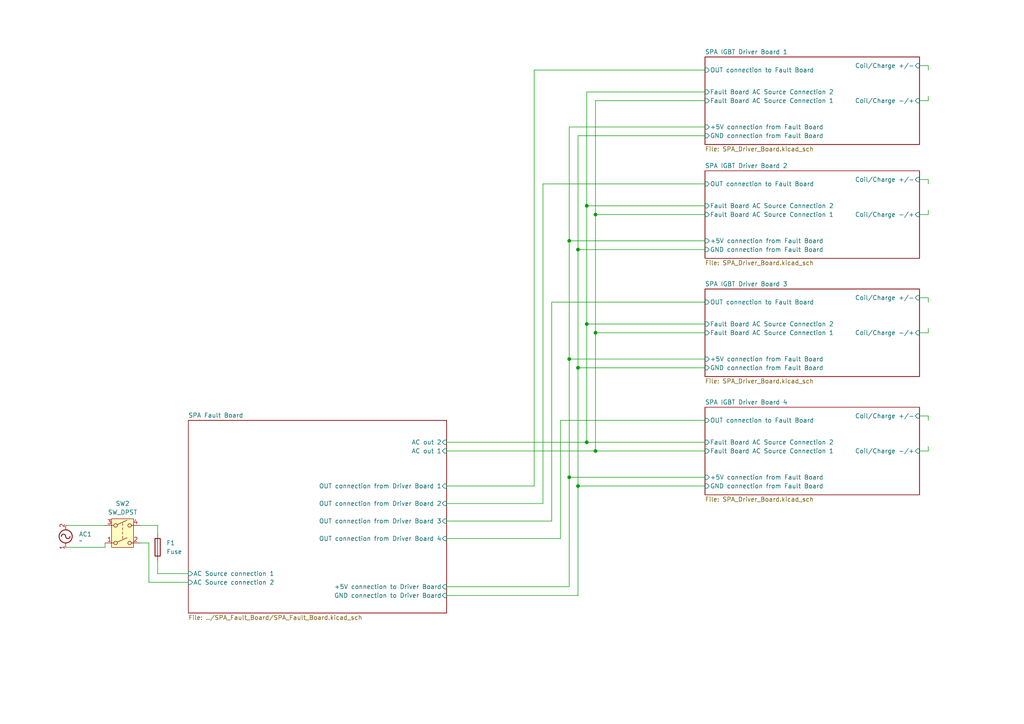
<source format=kicad_sch>
(kicad_sch (version 20231120) (generator "eeschema") (generator_version "8.0")
  (paper "A4")
  (title_block (title "SPA Driver") (date "2024-08-22") (company "Columbia Plasma Physics Laboratory") (comment 1 "Author: Maxwell Epstein"))
  (lib_symbols
    (symbol "DIY_ICs:AC_Input"
      (property "Reference" "AC" (at 7.62 3.81 0))
      (symbol "AC_Input_0_1"
        (polyline (pts (xy 0 -2.54) (xy 0 -1.27)))
        (polyline (pts (xy 0 2.54) (xy 0 3.81)))
        (arc (start 0 0.635) (mid -0.635 1.2673) (end -1.27 0.635) (stroke (width 0.254)))
        (arc (start 0 0.635) (mid 0.635 0.0027) (end 1.27 0.635) (stroke (width 0.254)))
        (circle (center 0 0.635) (radius 1.905) (stroke (width 0.254)))
      )
      (symbol "AC_Input_1_1"
        (pin power_in line (at 0 -2.54 90) (length 0) (name "~") (number "1"))
        (pin power_in line (at 0 3.81 270) (length 0) (name "~") (number "2"))
      )
    )
    (symbol "Device:Fuse" (pin_numbers hide) (pin_names (offset 0))
      (property "Reference" "F" (at 2.032 0 90))
      (property "Value" "Fuse" (at -1.905 0 90))
      (symbol "Fuse_0_1"
        (rectangle (start -0.762 -2.54) (end 0.762 2.54) (stroke (width 0.254)))
        (polyline (pts (xy 0 2.54) (xy 0 -2.54)))
      )
      (symbol "Fuse_1_1"
        (pin passive line (at 0 3.81 270) (length 1.27) (name "~") (number "1"))
        (pin passive line (at 0 -3.81 90) (length 1.27) (name "~") (number "2"))
      )
    )
    (symbol "Switch:SW_DPST" (pin_names (offset 0) hide)
      (property "Reference" "SW" (at 0 6.35 0))
      (property "Value" "SW_DPST" (at 0 -5.08 0))
      (symbol "SW_DPST_0_0"
        (circle (center -2.032 -2.54) (radius 0.508))
        (circle (center -2.032 2.54) (radius 0.508))
        (polyline (pts (xy -1.524 -2.286) (xy 1.27 -1.016)))
        (polyline (pts (xy -1.524 2.794) (xy 1.27 4.064)))
        (polyline (pts (xy 0 -1.27) (xy 0 -0.635)))
        (polyline (pts (xy 0 0) (xy 0 0.635)))
        (polyline (pts (xy 0 1.27) (xy 0 1.905)))
        (polyline (pts (xy 0 2.54) (xy 0 3.175)))
        (circle (center 2.032 -2.54) (radius 0.508))
        (circle (center 2.032 2.54) (radius 0.508))
      )
      (symbol "SW_DPST_1_1"
        (rectangle (start -3.175 4.445) (end 3.175 -3.81) (fill (type background)))
        (pin passive line (at -5.08 -2.54 0) (length 2.54) (name "1") (number "1"))
        (pin passive line (at 5.08 -2.54 180) (length 2.54) (name "2") (number "2"))
        (pin passive line (at -5.08 2.54 0) (length 2.54) (name "3") (number "3"))
        (pin passive line (at 5.08 2.54 180) (length 2.54) (name "4") (number "4"))
      )
    )
  )
  (junction (at 172.72 96.52))
  (junction (at 165.1 104.14))
  (junction (at 167.64 106.68))
  (junction (at 172.72 130.81))
  (junction (at 167.64 72.39))
  (junction (at 167.64 140.97))
  (junction (at 170.18 93.98))
  (junction (at 165.1 138.43))
  (junction (at 170.18 128.27))
  (junction (at 172.72 62.23))
  (junction (at 170.18 59.69))
  (junction (at 165.1 69.85))
  (wire (pts (xy 167.64 72.39) (xy 167.64 106.68)))
  (wire (pts (xy 269.24 130.81) (xy 266.7 130.81)))
  (wire (pts (xy 45.72 162.56) (xy 45.72 166.37)))
  (wire (pts (xy 167.64 172.72) (xy 129.54 172.72)))
  (wire (pts (xy 269.24 120.65) (xy 269.24 121.92)))
  (wire (pts (xy 204.47 39.37) (xy 167.64 39.37)))
  (wire (pts (xy 204.47 20.32) (xy 154.94 20.32)))
  (wire (pts (xy 172.72 29.21) (xy 172.72 62.23)))
  (wire (pts (xy 43.18 157.48) (xy 40.64 157.48)))
  (wire (pts (xy 45.72 152.4) (xy 40.64 152.4)))
  (wire (pts (xy 170.18 26.67) (xy 170.18 59.69)))
  (wire (pts (xy 167.64 140.97) (xy 167.64 106.68)))
  (wire (pts (xy 162.56 156.21) (xy 162.56 121.92)))
  (wire (pts (xy 162.56 121.92) (xy 204.47 121.92)))
  (wire (pts (xy 269.24 86.36) (xy 269.24 87.63)))
  (wire (pts (xy 172.72 130.81) (xy 129.54 130.81)))
  (wire (pts (xy 266.7 120.65) (xy 269.24 120.65)))
  (wire (pts (xy 204.47 62.23) (xy 172.72 62.23)))
  (wire (pts (xy 129.54 128.27) (xy 170.18 128.27)))
  (wire (pts (xy 167.64 106.68) (xy 204.47 106.68)))
  (wire (pts (xy 165.1 138.43) (xy 204.47 138.43)))
  (wire (pts (xy 160.02 151.13) (xy 129.54 151.13)))
  (wire (pts (xy 204.47 69.85) (xy 165.1 69.85)))
  (wire (pts (xy 43.18 168.91) (xy 54.61 168.91)))
  (wire (pts (xy 154.94 140.97) (xy 129.54 140.97)))
  (wire (pts (xy 204.47 87.63) (xy 160.02 87.63)))
  (wire (pts (xy 269.24 29.21) (xy 266.7 29.21)))
  (wire (pts (xy 269.24 96.52) (xy 269.24 95.25)))
  (wire (pts (xy 129.54 156.21) (xy 162.56 156.21)))
  (wire (pts (xy 266.7 52.07) (xy 269.24 52.07)))
  (wire (pts (xy 165.1 138.43) (xy 165.1 104.14)))
  (wire (pts (xy 269.24 62.23) (xy 269.24 60.96)))
  (wire (pts (xy 269.24 96.52) (xy 266.7 96.52)))
  (wire (pts (xy 43.18 157.48) (xy 43.18 168.91)))
  (wire (pts (xy 172.72 62.23) (xy 172.72 96.52)))
  (wire (pts (xy 170.18 128.27) (xy 204.47 128.27)))
  (wire (pts (xy 160.02 87.63) (xy 160.02 151.13)))
  (wire (pts (xy 157.48 53.34) (xy 204.47 53.34)))
  (wire (pts (xy 204.47 26.67) (xy 170.18 26.67)))
  (wire (pts (xy 269.24 130.81) (xy 269.24 129.54)))
  (wire (pts (xy 269.24 29.21) (xy 269.24 27.94)))
  (wire (pts (xy 19.05 158.75) (xy 30.48 158.75)))
  (wire (pts (xy 204.47 59.69) (xy 170.18 59.69)))
  (wire (pts (xy 172.72 96.52) (xy 204.47 96.52)))
  (wire (pts (xy 45.72 166.37) (xy 54.61 166.37)))
  (wire (pts (xy 129.54 170.18) (xy 165.1 170.18)))
  (wire (pts (xy 45.72 154.94) (xy 45.72 152.4)))
  (wire (pts (xy 167.64 39.37) (xy 167.64 72.39)))
  (wire (pts (xy 204.47 36.83) (xy 165.1 36.83)))
  (wire (pts (xy 204.47 93.98) (xy 170.18 93.98)))
  (wire (pts (xy 154.94 20.32) (xy 154.94 140.97)))
  (wire (pts (xy 269.24 62.23) (xy 266.7 62.23)))
  (wire (pts (xy 266.7 86.36) (xy 269.24 86.36)))
  (wire (pts (xy 269.24 19.05) (xy 269.24 20.32)))
  (wire (pts (xy 204.47 29.21) (xy 172.72 29.21)))
  (wire (pts (xy 269.24 52.07) (xy 269.24 53.34)))
  (wire (pts (xy 204.47 72.39) (xy 167.64 72.39)))
  (wire (pts (xy 157.48 146.05) (xy 157.48 53.34)))
  (wire (pts (xy 266.7 19.05) (xy 269.24 19.05)))
  (wire (pts (xy 204.47 140.97) (xy 167.64 140.97)))
  (wire (pts (xy 165.1 170.18) (xy 165.1 138.43)))
  (wire (pts (xy 129.54 146.05) (xy 157.48 146.05)))
  (wire (pts (xy 172.72 130.81) (xy 204.47 130.81)))
  (wire (pts (xy 30.48 158.75) (xy 30.48 157.48)))
  (wire (pts (xy 172.72 96.52) (xy 172.72 130.81)))
  (wire (pts (xy 167.64 140.97) (xy 167.64 172.72)))
  (wire (pts (xy 165.1 69.85) (xy 165.1 104.14)))
  (wire (pts (xy 165.1 36.83) (xy 165.1 69.85)))
  (wire (pts (xy 19.05 152.4) (xy 30.48 152.4)))
  (wire (pts (xy 170.18 59.69) (xy 170.18 93.98)))
  (wire (pts (xy 170.18 93.98) (xy 170.18 128.27)))
  (wire (pts (xy 165.1 104.14) (xy 204.47 104.14)))
  (symbol (lib_id "Device:Fuse") (at 45.72 158.75 0) (unit 1)
    (property "Reference" "F1" (at 48.26 157.4799 0) (effects (justify left)))
    (property "Value" "Fuse" (at 48.26 160.0199 0) (effects (justify left)))
    (property "Description" "Fuse" (effects (hide yes)))
  )
  (symbol (lib_id "DIY_ICs:AC_Input") (at 19.05 156.21 0) (unit 1)
    (property "Reference" "AC1" (at 22.86 154.9399 0) (effects (justify left)))
    (property "Value" "~" (at 22.86 156.845 0) (effects (justify left)))
  )
  (symbol (lib_id "Switch:SW_DPST") (at 35.56 154.94 0) (unit 1)
    (property "Reference" "SW2" (at 35.56 146.05 0))
    (property "Value" "SW_DPST" (at 35.56 148.59 0))
    (property "Description" "Double Pole Single Throw (DPST) Switch" (effects (hide yes)))
  )
  (sheet (at 204.47 49.53) (size 62.23 25.4) (stroke (width 0.1524))
    (property "Sheetname" "SPA IGBT Driver Board 2" (at 204.47 48.8184 0) (effects (justify left bottom)))
    (property "Sheetfile" "SPA_Driver_Board.kicad_sch" (at 204.47 75.5146 0) (effects (justify left top)))
    (pin "Coil{slash}Charge +{slash}-" input (at 266.7 52.07 0))
    (pin "Coil{slash}Charge -{slash}+" input (at 266.7 62.23 0))
    (pin "GND connection from Fault Board" input (at 204.47 72.39 180))
    (pin "OUT connection to Fault Board" input (at 204.47 53.34 180))
    (pin "+5V connection from Fault Board" input (at 204.47 69.85 180))
    (pin "Fault Board AC Source Connection 1" input (at 204.47 62.23 180))
    (pin "Fault Board AC Source Connection 2" input (at 204.47 59.69 180))
  )
  (sheet (at 54.61 121.92) (size 74.93 55.88) (stroke (width 0.1524))
    (property "Sheetname" "SPA Fault Board" (at 54.61 121.2084 0) (effects (justify left bottom)))
    (property "Sheetfile" "../SPA_Fault_Board/SPA_Fault_Board.kicad_sch" (at 54.61 178.3846 0) (effects (justify left top)))
    (pin "OUT connection from Driver Board 4" input (at 129.54 156.21 0))
    (pin "OUT connection from Driver Board 1" input (at 129.54 140.97 0))
    (pin "OUT connection from Driver Board 2" input (at 129.54 146.05 0))
    (pin "OUT connection from Driver Board 3" input (at 129.54 151.13 0))
    (pin "GND connection to Driver Board" input (at 129.54 172.72 0))
    (pin "+5V connection to Driver Board" input (at 129.54 170.18 0))
    (pin "AC Source connection 2" input (at 54.61 168.91 180))
    (pin "AC out 2" input (at 129.54 128.27 0))
    (pin "AC Source connection 1" input (at 54.61 166.37 180))
    (pin "AC out 1" input (at 129.54 130.81 0))
  )
  (sheet (at 204.47 83.82) (size 62.23 25.4) (stroke (width 0.1524))
    (property "Sheetname" "SPA IGBT Driver Board 3" (at 204.47 83.1084 0) (effects (justify left bottom)))
    (property "Sheetfile" "SPA_Driver_Board.kicad_sch" (at 204.47 109.8046 0) (effects (justify left top)))
    (pin "Coil{slash}Charge +{slash}-" input (at 266.7 86.36 0))
    (pin "Coil{slash}Charge -{slash}+" input (at 266.7 96.52 0))
    (pin "GND connection from Fault Board" input (at 204.47 106.68 180))
    (pin "OUT connection to Fault Board" input (at 204.47 87.63 180))
    (pin "+5V connection from Fault Board" input (at 204.47 104.14 180))
    (pin "Fault Board AC Source Connection 1" input (at 204.47 96.52 180))
    (pin "Fault Board AC Source Connection 2" input (at 204.47 93.98 180))
  )
  (sheet (at 204.47 118.11) (size 62.23 25.4) (stroke (width 0.1524))
    (property "Sheetname" "SPA IGBT Driver Board 4" (at 204.47 117.3984 0) (effects (justify left bottom)))
    (property "Sheetfile" "SPA_Driver_Board.kicad_sch" (at 204.47 144.0946 0) (effects (justify left top)))
    (pin "Coil{slash}Charge +{slash}-" input (at 266.7 120.65 0))
    (pin "Coil{slash}Charge -{slash}+" input (at 266.7 130.81 0))
    (pin "GND connection from Fault Board" input (at 204.47 140.97 180))
    (pin "OUT connection to Fault Board" input (at 204.47 121.92 180))
    (pin "+5V connection from Fault Board" input (at 204.47 138.43 180))
    (pin "Fault Board AC Source Connection 1" input (at 204.47 130.81 180))
    (pin "Fault Board AC Source Connection 2" input (at 204.47 128.27 180))
  )
  (sheet (at 204.47 16.51) (size 62.23 25.4) (stroke (width 0.1524))
    (property "Sheetname" "SPA IGBT Driver Board 1" (at 204.47 15.7984 0) (effects (justify left bottom)))
    (property "Sheetfile" "SPA_Driver_Board.kicad_sch" (at 204.47 42.4946 0) (effects (justify left top)))
    (pin "Coil{slash}Charge +{slash}-" input (at 266.7 19.05 0))
    (pin "Coil{slash}Charge -{slash}+" input (at 266.7 29.21 0))
    (pin "GND connection from Fault Board" input (at 204.47 39.37 180))
    (pin "OUT connection to Fault Board" input (at 204.47 20.32 180))
    (pin "+5V connection from Fault Board" input (at 204.47 36.83 180))
    (pin "Fault Board AC Source Connection 1" input (at 204.47 29.21 180))
    (pin "Fault Board AC Source Connection 2" input (at 204.47 26.67 180))
  )
)
</source>
